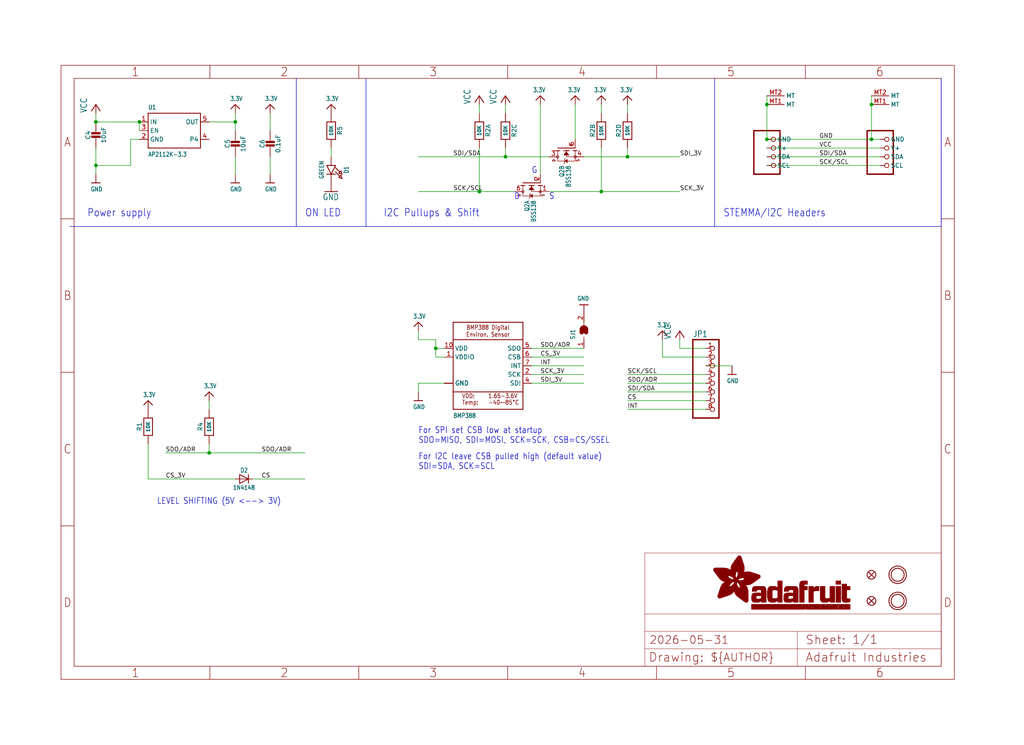
<source format=kicad_sch>
(kicad_sch (version 20230121) (generator eeschema)
  (paper "User" 298.45 217.322)
  (lib_symbols
    (symbol "working-eagle-import:3.3V" (power)
      (property "Value" "3.3V" (at -1.524 1.016 0))
      (symbol "3.3V_1_0"
        (pin power_in line (at 0 -2.54 90) (length 2.54) (name "3.3V") (number "1"))
      )
    )
    (symbol "working-eagle-import:BMP388"
      (symbol "BMP388_1_0"
        (text "-40~~85°C" (at 0 -11.43 0) (effects (font (size 1.27 1.0795)) (justify left bottom)))
        (text "1.65-3.6V" (at 0 -9.525 0) (effects (font (size 1.27 1.0795)) (justify left bottom)))
        (text "BMP388 Digital\nEnviron. Sensor" (at 0 10.16 0) (effects (font (size 1.27 1.0795))))
        (text "Temp:" (at -7.62 -11.43 0) (effects (font (size 1.27 1.0795)) (justify left bottom)))
        (text "VDD:" (at -7.62 -9.525 0) (effects (font (size 1.27 1.0795)) (justify left bottom)))
        (pin power_in line (at -12.7 2.54 0) (length 2.54) (name "VDDIO") (number "1"))
        (pin power_in line (at -12.7 5.08 0) (length 2.54) (name "VDD") (number "10"))
        (pin input line (at 12.7 -2.54 180) (length 2.54) (name "SCK") (number "2"))
        (pin power_in line (at -12.7 -5.08 0) (length 2.54) (name "GND") (number "3"))
        (pin input line (at 12.7 -5.08 180) (length 2.54) (name "SDI") (number "4"))
        (pin output line (at 12.7 5.08 180) (length 2.54) (name "SDO") (number "5"))
        (pin input line (at 12.7 2.54 180) (length 2.54) (name "CSB") (number "6"))
        (pin output line (at 12.7 0 180) (length 2.54) (name "INT") (number "7"))
        (pin power_in line (at -12.7 -5.08 0) (length 2.54) (name "GND") (number "8"))
        (pin power_in line (at -12.7 -5.08 0) (length 2.54) (name "GND") (number "9"))
      )
    )
    (symbol "working-eagle-import:CAP_CERAMIC0603_NO"
      (property "Reference" "C" (at -2.29 1.25 90))
      (symbol "CAP_CERAMIC0603_NO_1_0"
        (pin passive line (at 0 5.08 270) (length 2.54) (name "1") (number "1"))
        (pin passive line (at 0 -2.54 90) (length 2.54) (name "2") (number "2"))
      )
    )
    (symbol "working-eagle-import:CAP_CERAMIC0805-NOOUTLINE"
      (property "Reference" "C" (at -2.29 1.25 90))
      (symbol "CAP_CERAMIC0805-NOOUTLINE_1_0"
        (pin passive line (at 0 5.08 270) (length 2.54) (name "1") (number "1"))
        (pin passive line (at 0 -2.54 90) (length 2.54) (name "2") (number "2"))
      )
    )
    (symbol "working-eagle-import:DIODESOD-323"
      (property "Reference" "D" (at 0 2.54 0))
      (symbol "DIODESOD-323_1_0"
        (pin passive line (at -2.54 0 0) (length 2.54) (name "A") (number "A"))
        (pin passive line (at 2.54 0 180) (length 2.54) (name "C") (number "C"))
      )
    )
    (symbol "working-eagle-import:FIDUCIAL_1MM")
    (symbol "working-eagle-import:FRAME_A4_ADAFRUIT"
      (symbol "FRAME_A4_ADAFRUIT_1_0"
        (text "${#}/${##}" (at 230.505 10.16 0) (effects (font (size 2.54 2.54)) (justify left bottom)))
        (text "${AUTHOR}" (at 189.23 5.08 0) (effects (font (size 2.286 2.286)) (justify left bottom)))
        (text "${CURRENT_DATE}" (at 171.45 10.16 0) (effects (font (size 2.286 2.286)) (justify left bottom)))
        (text "${PROJECTNAME}" (at 171.45 15.24 0) (effects (font (size 2.54 2.54)) (justify left bottom)))
        (text "1" (at 21.6958 1.905 0) (effects (font (size 2.54 2.286))))
        (text "1" (at 21.6958 177.165 0) (effects (font (size 2.54 2.286))))
        (text "2" (at 65.0875 1.905 0) (effects (font (size 2.54 2.286))))
        (text "2" (at 65.0875 177.165 0) (effects (font (size 2.54 2.286))))
        (text "3" (at 108.4792 1.905 0) (effects (font (size 2.54 2.286))))
        (text "3" (at 108.4792 177.165 0) (effects (font (size 2.54 2.286))))
        (text "4" (at 151.8708 1.905 0) (effects (font (size 2.54 2.286))))
        (text "4" (at 151.8708 177.165 0) (effects (font (size 2.54 2.286))))
        (text "5" (at 195.2625 1.905 0) (effects (font (size 2.54 2.286))))
        (text "5" (at 195.2625 177.165 0) (effects (font (size 2.54 2.286))))
        (text "6" (at 238.6542 1.905 0) (effects (font (size 2.54 2.286))))
        (text "6" (at 238.6542 177.165 0) (effects (font (size 2.54 2.286))))
        (text "A" (at 1.905 156.6863 0) (effects (font (size 2.54 2.286))))
        (text "A" (at 258.445 156.6863 0) (effects (font (size 2.54 2.286))))
        (text "Adafruit Industries" (at 216.916 4.953 0) (effects (font (size 2.54 2.54)) (justify left bottom)))
        (text "B" (at 1.905 111.9188 0) (effects (font (size 2.54 2.286))))
        (text "B" (at 258.445 111.9188 0) (effects (font (size 2.54 2.286))))
        (text "C" (at 1.905 67.1513 0) (effects (font (size 2.54 2.286))))
        (text "C" (at 258.445 67.1513 0) (effects (font (size 2.54 2.286))))
        (text "D" (at 1.905 22.3838 0) (effects (font (size 2.54 2.286))))
        (text "D" (at 258.445 22.3838 0) (effects (font (size 2.54 2.286))))
        (text "Drawing:" (at 171.196 4.953 0) (effects (font (size 2.54 2.54)) (justify left bottom)))
        (text "Sheet:" (at 216.916 10.033 0) (effects (font (size 2.54 2.54)) (justify left bottom)))
      )
    )
    (symbol "working-eagle-import:GND" (power)
      (property "Value" "GND" (at -1.524 -2.54 0))
      (symbol "GND_1_0"
        (pin power_in line (at 0 2.54 270) (length 2.54) (name "GND") (number "1"))
      )
    )
    (symbol "working-eagle-import:HEADER-1X870MIL"
      (property "Reference" "JP" (at -6.35 13.335 0))
      (symbol "HEADER-1X870MIL_1_0"
        (pin passive inverted (at -2.54 10.16 0) (length 2.54) (name "1") (number "1"))
        (pin passive inverted (at -2.54 7.62 0) (length 2.54) (name "2") (number "2"))
        (pin passive inverted (at -2.54 5.08 0) (length 2.54) (name "3") (number "3"))
        (pin passive inverted (at -2.54 2.54 0) (length 2.54) (name "4") (number "4"))
        (pin passive inverted (at -2.54 0 0) (length 2.54) (name "5") (number "5"))
        (pin passive inverted (at -2.54 -2.54 0) (length 2.54) (name "6") (number "6"))
        (pin passive inverted (at -2.54 -5.08 0) (length 2.54) (name "7") (number "7"))
        (pin passive inverted (at -2.54 -7.62 0) (length 2.54) (name "8") (number "8"))
      )
    )
    (symbol "working-eagle-import:LED0603_NOOUTLINE"
      (property "Reference" "D" (at -1.27 4.445 0))
      (symbol "LED0603_NOOUTLINE_1_0"
        (pin passive line (at -5.08 0 0) (length 2.54) (name "A") (number "A"))
        (pin passive line (at 2.54 0 180) (length 2.54) (name "C") (number "C"))
      )
    )
    (symbol "working-eagle-import:MOSFET-N_DUAL"
      (property "Reference" "Q" (at 5.08 0.635 0))
      (symbol "MOSFET-N_DUAL_1_0"
        (text "D" (at 3.175 3.175 0) (effects (font (size 0.8128 0.6908)) (justify left bottom)))
        (text "G" (at -1.27 -1.905 0) (effects (font (size 0.8128 0.6908)) (justify left bottom)))
        (text "S" (at 3.175 -3.81 0) (effects (font (size 0.8128 0.6908)) (justify left bottom)))
        (pin bidirectional line (at 2.54 -5.08 90) (length 2.54) (name "S") (number "1"))
        (pin bidirectional line (at -2.54 -2.54 0) (length 2.54) (name "G") (number "2"))
        (pin bidirectional line (at 2.54 5.08 270) (length 2.54) (name "D") (number "6"))
      )
      (symbol "MOSFET-N_DUAL_2_0"
        (text "D" (at 3.175 3.175 0) (effects (font (size 0.8128 0.6908)) (justify left bottom)))
        (text "G" (at -1.27 -1.905 0) (effects (font (size 0.8128 0.6908)) (justify left bottom)))
        (text "S" (at 3.175 -3.81 0) (effects (font (size 0.8128 0.6908)) (justify left bottom)))
        (pin bidirectional line (at 2.54 5.08 270) (length 2.54) (name "D") (number "3"))
        (pin bidirectional line (at 2.54 -5.08 90) (length 2.54) (name "S") (number "4"))
        (pin bidirectional line (at -2.54 -2.54 0) (length 2.54) (name "G") (number "5"))
      )
    )
    (symbol "working-eagle-import:MOUNTINGHOLE2.5")
    (symbol "working-eagle-import:RESISTOR_0603_NOOUT"
      (property "Reference" "R" (at 0 2.54 0))
      (symbol "RESISTOR_0603_NOOUT_1_0"
        (pin passive line (at -5.08 0 0) (length 2.54) (name "1") (number "1"))
        (pin passive line (at 5.08 0 180) (length 2.54) (name "2") (number "2"))
      )
    )
    (symbol "working-eagle-import:RESISTOR_4PACK"
      (property "Reference" "R" (at 0 2.54 0))
      (symbol "RESISTOR_4PACK_1_0"
        (pin passive line (at -5.08 0 0) (length 2.54) (name "1") (number "1"))
        (pin passive line (at 5.08 0 180) (length 2.54) (name "2") (number "8"))
      )
      (symbol "RESISTOR_4PACK_2_0"
        (pin passive line (at -5.08 0 0) (length 2.54) (name "1") (number "2"))
        (pin passive line (at 5.08 0 180) (length 2.54) (name "2") (number "7"))
      )
      (symbol "RESISTOR_4PACK_3_0"
        (pin passive line (at -5.08 0 0) (length 2.54) (name "1") (number "3"))
        (pin passive line (at 5.08 0 180) (length 2.54) (name "2") (number "6"))
      )
      (symbol "RESISTOR_4PACK_4_0"
        (pin passive line (at -5.08 0 0) (length 2.54) (name "1") (number "4"))
        (pin passive line (at 5.08 0 180) (length 2.54) (name "2") (number "5"))
      )
    )
    (symbol "working-eagle-import:SOLDERJUMPER"
      (property "Reference" "SJ" (at -2.54 2.54 0))
      (symbol "SOLDERJUMPER_1_0"
        (pin passive line (at -5.08 0 0) (length 2.54) (name "1") (number "1"))
        (pin passive line (at 5.08 0 180) (length 2.54) (name "2") (number "2"))
      )
    )
    (symbol "working-eagle-import:STEMMA_I2C_QT"
      (symbol "STEMMA_I2C_QT_1_0"
        (pin passive inverted (at 0 5.08 0) (length 2.54) (name "GND") (number "1"))
        (pin passive inverted (at 0 2.54 0) (length 2.54) (name "V+") (number "2"))
        (pin passive inverted (at 0 0 0) (length 2.54) (name "SDA") (number "3"))
        (pin passive inverted (at 0 -2.54 0) (length 2.54) (name "SCL") (number "4"))
      )
      (symbol "STEMMA_I2C_QT_2_0"
        (pin bidirectional line (at 0 0 0) (length 5.08) (name "MT") (number "MT1"))
      )
      (symbol "STEMMA_I2C_QT_3_0"
        (pin bidirectional line (at 0 0 0) (length 5.08) (name "MT") (number "MT2"))
      )
    )
    (symbol "working-eagle-import:VCC" (power)
      (property "Value" "VCC" (at -2.54 -2.54 90))
      (symbol "VCC_1_0"
        (pin power_in line (at 0 -2.54 90) (length 2.54) (name "VCC") (number "1"))
      )
    )
    (symbol "working-eagle-import:VREG_SOT23-5"
      (property "Reference" "U" (at -7.62 6.096 0))
      (symbol "VREG_SOT23-5_1_0"
        (pin power_in line (at -10.16 2.54 0) (length 2.54) (name "IN") (number "1"))
        (pin power_in line (at -10.16 -2.54 0) (length 2.54) (name "GND") (number "2"))
        (pin input line (at -10.16 0 0) (length 2.54) (name "EN") (number "3"))
        (pin bidirectional line (at 10.16 -2.54 180) (length 2.54) (name "P4") (number "4"))
        (pin power_in line (at 10.16 2.54 180) (length 2.54) (name "OUT") (number "5"))
      )
    )
    (symbol "working-eagle-import:supply1_GND" (power)
      (property "Value" "supply1_GND" (at -2.54 -2.54 0))
      (symbol "supply1_GND_1_0"
        (pin power_in line (at 0 2.54 270) (length 2.54) (name "GND") (number "1"))
      )
    )
  )
  (junction (at 27.94 35.56))
  (junction (at 127 101.6))
  (junction (at 254 40.64))
  (junction (at 223.52 30.48))
  (junction (at 40.64 35.56))
  (junction (at 223.52 40.64))
  (junction (at 27.94 48.26))
  (junction (at 182.88 45.72))
  (junction (at 68.58 35.56))
  (junction (at 175.26 55.88))
  (junction (at 254 30.48))
  (junction (at 60.96 132.08))
  (junction (at 147.32 45.72))
  (junction (at 139.7 55.88))
  (wire (pts (xy 121.92 111.76) (xy 129.54 111.76)) (stroke (width 0.1524)))
  (wire (pts (xy 223.52 48.26) (xy 256.54 48.26)) (stroke (width 0.1524)))
  (wire (pts (xy 254 30.48) (xy 254 40.64)) (stroke (width 0.1524)))
  (wire (pts (xy 256.54 40.64) (xy 254 40.64)) (stroke (width 0.1524)))
  (wire (pts (xy 182.88 45.72) (xy 198.12 45.72)) (stroke (width 0.1524)))
  (wire (pts (xy 205.74 119.38) (xy 182.88 119.38)) (stroke (width 0.1524)))
  (wire (pts (xy 121.92 96.52) (xy 121.92 99.06)) (stroke (width 0.1524)))
  (wire (pts (xy 254 40.64) (xy 223.52 40.64)) (stroke (width 0.1524)))
  (polyline (pts (xy 106.68 66.04) (xy 208.28 66.04)) (stroke (width 0.1524) (type solid)))
  (wire (pts (xy 167.64 40.64) (xy 167.64 30.48)) (stroke (width 0.1524)))
  (wire (pts (xy 205.74 116.84) (xy 182.88 116.84)) (stroke (width 0.1524)))
  (wire (pts (xy 175.26 33.02) (xy 175.26 30.48)) (stroke (width 0.1524)))
  (wire (pts (xy 121.92 99.06) (xy 127 99.06)) (stroke (width 0.1524)))
  (wire (pts (xy 205.74 106.68) (xy 213.36 106.68)) (stroke (width 0.1524)))
  (wire (pts (xy 154.94 101.6) (xy 170.18 101.6)) (stroke (width 0.1524)))
  (wire (pts (xy 127 99.06) (xy 127 101.6)) (stroke (width 0.1524)))
  (wire (pts (xy 154.94 106.68) (xy 170.18 106.68)) (stroke (width 0.1524)))
  (wire (pts (xy 68.58 35.56) (xy 68.58 38.1)) (stroke (width 0.1524)))
  (wire (pts (xy 205.74 101.6) (xy 198.12 101.6)) (stroke (width 0.1524)))
  (wire (pts (xy 254 27.94) (xy 254 30.48)) (stroke (width 0.1524)))
  (wire (pts (xy 73.66 139.7) (xy 88.9 139.7)) (stroke (width 0.1524)))
  (wire (pts (xy 27.94 48.26) (xy 27.94 50.8)) (stroke (width 0.1524)))
  (wire (pts (xy 170.18 45.72) (xy 182.88 45.72)) (stroke (width 0.1524)))
  (wire (pts (xy 157.48 50.8) (xy 157.48 30.48)) (stroke (width 0.1524)))
  (wire (pts (xy 160.02 45.72) (xy 147.32 45.72)) (stroke (width 0.1524)))
  (wire (pts (xy 149.86 55.88) (xy 139.7 55.88)) (stroke (width 0.1524)))
  (wire (pts (xy 170.18 109.22) (xy 154.94 109.22)) (stroke (width 0.1524)))
  (wire (pts (xy 60.96 116.84) (xy 60.96 119.38)) (stroke (width 0.1524)))
  (wire (pts (xy 205.74 111.76) (xy 182.88 111.76)) (stroke (width 0.1524)))
  (wire (pts (xy 43.18 139.7) (xy 43.18 129.54)) (stroke (width 0.1524)))
  (wire (pts (xy 205.74 109.22) (xy 182.88 109.22)) (stroke (width 0.1524)))
  (wire (pts (xy 205.74 114.3) (xy 182.88 114.3)) (stroke (width 0.1524)))
  (wire (pts (xy 182.88 43.18) (xy 182.88 45.72)) (stroke (width 0.1524)))
  (wire (pts (xy 129.54 101.6) (xy 127 101.6)) (stroke (width 0.1524)))
  (wire (pts (xy 139.7 30.48) (xy 139.7 33.02)) (stroke (width 0.1524)))
  (wire (pts (xy 60.96 35.56) (xy 68.58 35.56)) (stroke (width 0.1524)))
  (wire (pts (xy 60.96 129.54) (xy 60.96 132.08)) (stroke (width 0.1524)))
  (polyline (pts (xy 86.36 22.86) (xy 86.36 66.04)) (stroke (width 0.1524) (type solid)))
  (wire (pts (xy 198.12 101.6) (xy 198.12 99.06)) (stroke (width 0.1524)))
  (wire (pts (xy 78.74 45.72) (xy 78.74 50.8)) (stroke (width 0.1524)))
  (wire (pts (xy 68.58 139.7) (xy 43.18 139.7)) (stroke (width 0.1524)))
  (wire (pts (xy 147.32 43.18) (xy 147.32 45.72)) (stroke (width 0.1524)))
  (wire (pts (xy 40.64 40.64) (xy 38.1 40.64)) (stroke (width 0.1524)))
  (wire (pts (xy 175.26 43.18) (xy 175.26 55.88)) (stroke (width 0.1524)))
  (wire (pts (xy 154.94 111.76) (xy 170.18 111.76)) (stroke (width 0.1524)))
  (wire (pts (xy 121.92 111.76) (xy 121.92 114.3)) (stroke (width 0.1524)))
  (wire (pts (xy 96.52 45.72) (xy 96.52 43.18)) (stroke (width 0.1524)))
  (wire (pts (xy 68.58 45.72) (xy 68.58 50.8)) (stroke (width 0.1524)))
  (wire (pts (xy 139.7 55.88) (xy 121.92 55.88)) (stroke (width 0.1524)))
  (wire (pts (xy 139.7 43.18) (xy 139.7 55.88)) (stroke (width 0.1524)))
  (wire (pts (xy 160.02 55.88) (xy 175.26 55.88)) (stroke (width 0.1524)))
  (wire (pts (xy 154.94 104.14) (xy 170.18 104.14)) (stroke (width 0.1524)))
  (wire (pts (xy 40.64 35.56) (xy 27.94 35.56)) (stroke (width 0.1524)))
  (wire (pts (xy 193.04 104.14) (xy 193.04 99.06)) (stroke (width 0.1524)))
  (polyline (pts (xy 274.32 22.86) (xy 274.32 66.04)) (stroke (width 0.1524) (type solid)))
  (polyline (pts (xy 208.28 66.04) (xy 274.32 66.04)) (stroke (width 0.1524) (type solid)))
  (wire (pts (xy 175.26 55.88) (xy 198.12 55.88)) (stroke (width 0.1524)))
  (wire (pts (xy 223.52 27.94) (xy 223.52 30.48)) (stroke (width 0.1524)))
  (wire (pts (xy 38.1 40.64) (xy 38.1 48.26)) (stroke (width 0.1524)))
  (wire (pts (xy 78.74 33.02) (xy 78.74 38.1)) (stroke (width 0.1524)))
  (wire (pts (xy 256.54 45.72) (xy 223.52 45.72)) (stroke (width 0.1524)))
  (wire (pts (xy 38.1 48.26) (xy 27.94 48.26)) (stroke (width 0.1524)))
  (wire (pts (xy 27.94 33.02) (xy 27.94 35.56)) (stroke (width 0.1524)))
  (wire (pts (xy 223.52 43.18) (xy 256.54 43.18)) (stroke (width 0.1524)))
  (polyline (pts (xy 20.32 66.04) (xy 86.36 66.04)) (stroke (width 0.1524) (type solid)))
  (wire (pts (xy 60.96 132.08) (xy 48.26 132.08)) (stroke (width 0.1524)))
  (wire (pts (xy 27.94 48.26) (xy 27.94 43.18)) (stroke (width 0.1524)))
  (wire (pts (xy 182.88 33.02) (xy 182.88 30.48)) (stroke (width 0.1524)))
  (wire (pts (xy 60.96 132.08) (xy 88.9 132.08)) (stroke (width 0.1524)))
  (wire (pts (xy 223.52 30.48) (xy 223.52 40.64)) (stroke (width 0.1524)))
  (polyline (pts (xy 106.68 22.86) (xy 106.68 66.04)) (stroke (width 0.1524) (type solid)))
  (wire (pts (xy 127 104.14) (xy 129.54 104.14)) (stroke (width 0.1524)))
  (wire (pts (xy 40.64 38.1) (xy 40.64 35.56)) (stroke (width 0.1524)))
  (wire (pts (xy 147.32 33.02) (xy 147.32 30.48)) (stroke (width 0.1524)))
  (polyline (pts (xy 86.36 66.04) (xy 106.68 66.04)) (stroke (width 0.1524) (type solid)))
  (wire (pts (xy 205.74 104.14) (xy 193.04 104.14)) (stroke (width 0.1524)))
  (polyline (pts (xy 208.28 22.86) (xy 208.28 66.04)) (stroke (width 0.1524) (type solid)))
  (wire (pts (xy 127 101.6) (xy 127 104.14)) (stroke (width 0.1524)))
  (wire (pts (xy 147.32 45.72) (xy 121.92 45.72)) (stroke (width 0.1524)))
  (wire (pts (xy 68.58 35.56) (xy 68.58 33.02)) (stroke (width 0.1524)))
  (text "STEMMA/I2C Headers" (at 210.82 63.5 0) (effects (font (size 2.1844 1.8567)) (justify left bottom)))
  (text "For SPI set CSB low at startup\nSDO=MISO, SDI=MOSI, SCK=SCK, CSB=CS/SSEL" (at 121.92 129.54 0) (effects (font (size 1.778 1.5113)) (justify left bottom)))
  (text "For I2C leave CSB pulled high (default value)\nSDI=SDA, SCK=SCL" (at 121.92 137.16 0) (effects (font (size 1.778 1.5113)) (justify left bottom)))
  (text "ON LED" (at 88.9 63.5 0) (effects (font (size 2.1844 1.8567)) (justify left bottom)))
  (text "I2C Pullups & Shift" (at 111.76 63.5 0) (effects (font (size 2.1844 1.8567)) (justify left bottom)))
  (text "G" (at 154.94 50.8 0) (effects (font (size 1.778 1.5113)) (justify left bottom)))
  (text "D" (at 149.86 58.42 0) (effects (font (size 1.778 1.5113)) (justify left bottom)))
  (text "Power supply" (at 25.4 63.5 0) (effects (font (size 2.1844 1.8567)) (justify left bottom)))
  (text "LEVEL SHIFTING (5V <--> 3V)" (at 45.72 147.32 0) (effects (font (size 1.778 1.5113)) (justify left bottom)))
  (text "S" (at 160.02 58.42 0) (effects (font (size 1.778 1.5113)) (justify left bottom)))
  (label "CS" (at 182.88 116.84 0) (effects (font (size 1.2446 1.2446))))
  (label "GND" (at 238.76 40.64 0) (effects (font (size 1.2446 1.2446))))
  (label "INT" (at 157.48 106.68 0) (effects (font (size 1.2446 1.2446))))
  (label "VCC" (at 238.76 43.18 0) (effects (font (size 1.2446 1.2446))))
  (label "SDI/SDA" (at 182.88 114.3 0) (effects (font (size 1.2446 1.2446))))
  (label "SDO/ADR" (at 48.26 132.08 0) (effects (font (size 1.2446 1.2446))))
  (label "SCK_3V" (at 198.12 55.88 0) (effects (font (size 1.2446 1.2446))))
  (label "SCK/SCL" (at 238.76 48.26 0) (effects (font (size 1.2446 1.2446))))
  (label "SDI_3V" (at 198.12 45.72 0) (effects (font (size 1.2446 1.2446))))
  (label "SDO/ADR" (at 76.2 132.08 0) (effects (font (size 1.2446 1.2446))))
  (label "SCK/SCL" (at 182.88 109.22 0) (effects (font (size 1.2446 1.2446))))
  (label "SDI_3V" (at 157.48 111.76 0) (effects (font (size 1.2446 1.2446))))
  (label "SCK/SCL" (at 132.08 55.88 0) (effects (font (size 1.2446 1.2446))))
  (label "SDI/SDA" (at 132.08 45.72 0) (effects (font (size 1.2446 1.2446))))
  (label "SDO/ADR" (at 157.48 101.6 0) (effects (font (size 1.2446 1.2446))))
  (label "CS_3V" (at 48.26 139.7 0) (effects (font (size 1.2446 1.2446))))
  (label "SDI/SDA" (at 238.76 45.72 0) (effects (font (size 1.2446 1.2446))))
  (label "CS" (at 76.2 139.7 0) (effects (font (size 1.2446 1.2446))))
  (label "SDO/ADR" (at 182.88 111.76 0) (effects (font (size 1.2446 1.2446))))
  (label "INT" (at 182.88 119.38 0) (effects (font (size 1.2446 1.2446))))
  (label "SCK_3V" (at 157.48 109.22 0) (effects (font (size 1.2446 1.2446))))
  (label "CS_3V" (at 157.48 104.14 0) (effects (font (size 1.2446 1.2446))))
  (symbol (lib_id "working-eagle-import:CAP_CERAMIC0805-NOOUTLINE") (at 68.58 43.18 0) (unit 1)
    (property "Reference" "C5" (at 66.29 41.93 90))
    (property "Value" "10uF" (at 70.88 41.93 90))
    (property "Footprint" "working:0805-NO" (effects hide))
  )
  (symbol (lib_id "working-eagle-import:3.3V") (at 157.48 27.94 0) (mirror y) (unit 1)
    (property "Reference" "#U$37" (effects hide))
    (property "Value" "3.3V" (at 159.004 26.924 0) (effects (font (size 1.27 1.0795)) (justify left bottom)))
  )
  (symbol (lib_id "working-eagle-import:FIDUCIAL_1MM") (at 254 167.64 0) (unit 1)
    (property "Reference" "FID4" (effects hide))
    (property "Value" "FIDUCIAL_1MM" (effects hide))
    (property "Footprint" "working:FIDUCIAL_1MM" (effects hide))
  )
  (symbol (lib_id "working-eagle-import:VCC") (at 139.7 27.94 0) (unit 1)
    (property "Reference" "#P+1" (effects hide))
    (property "Value" "VCC" (at 137.16 30.48 90) (effects (font (size 1.778 1.5113)) (justify left bottom)))
  )
  (symbol (lib_id "working-eagle-import:MOUNTINGHOLE2.5") (at 261.62 175.26 0) (unit 1)
    (property "Reference" "U$40" (effects hide))
    (property "Value" "MOUNTINGHOLE2.5" (effects hide))
    (property "Footprint" "working:MOUNTINGHOLE_2.5_PLATED" (effects hide))
  )
  (symbol (lib_id "working-eagle-import:RESISTOR_0603_NOOUT") (at 96.52 38.1 270) (unit 1)
    (property "Reference" "R5" (at 99.06 38.1 0))
    (property "Value" "10K" (at 96.52 38.1 0) (effects (font (size 1.016 1.016) bold)))
    (property "Footprint" "working:0603-NO" (effects hide))
  )
  (symbol (lib_id "working-eagle-import:CAP_CERAMIC0805-NOOUTLINE") (at 27.94 40.64 0) (unit 1)
    (property "Reference" "C4" (at 25.65 39.39 90))
    (property "Value" "10uF" (at 30.24 39.39 90))
    (property "Footprint" "working:0805-NO" (effects hide))
  )
  (symbol (lib_id "working-eagle-import:GND") (at 68.58 53.34 0) (unit 1)
    (property "Reference" "#U$30" (effects hide))
    (property "Value" "GND" (at 67.056 55.88 0) (effects (font (size 1.27 1.0795)) (justify left bottom)))
  )
  (symbol (lib_id "working-eagle-import:LED0603_NOOUTLINE") (at 96.52 50.8 270) (unit 1)
    (property "Reference" "D1" (at 100.965 49.53 0) (effects (font (size 1.27 1.0795))))
    (property "Value" "GREEN" (at 93.726 49.53 0) (effects (font (size 1.27 1.0795))))
    (property "Footprint" "working:CHIPLED_0603_NOOUTLINE" (effects hide))
  )
  (symbol (lib_id "working-eagle-import:RESISTOR_4PACK") (at 182.88 38.1 90) (mirror x) (unit 4)
    (property "Reference" "R2" (at 180.34 38.1 0))
    (property "Value" "10K" (at 182.88 38.1 0) (effects (font (size 1.016 1.016) bold)))
    (property "Footprint" "working:RESPACK_4X0603" (effects hide))
  )
  (symbol (lib_id "working-eagle-import:GND") (at 213.36 109.22 0) (unit 1)
    (property "Reference" "#U$4" (effects hide))
    (property "Value" "GND" (at 211.836 111.76 0) (effects (font (size 1.27 1.0795)) (justify left bottom)))
  )
  (symbol (lib_id "working-eagle-import:FIDUCIAL_1MM") (at 254 175.26 0) (unit 1)
    (property "Reference" "FID3" (effects hide))
    (property "Value" "FIDUCIAL_1MM" (effects hide))
    (property "Footprint" "working:FIDUCIAL_1MM" (effects hide))
  )
  (symbol (lib_id "working-eagle-import:3.3V") (at 78.74 30.48 0) (unit 1)
    (property "Reference" "#U$33" (effects hide))
    (property "Value" "3.3V" (at 77.216 29.464 0) (effects (font (size 1.27 1.0795)) (justify left bottom)))
  )
  (symbol (lib_id "working-eagle-import:3.3V") (at 193.04 96.52 0) (unit 1)
    (property "Reference" "#U$10" (effects hide))
    (property "Value" "3.3V" (at 191.516 95.504 0) (effects (font (size 1.27 1.0795)) (justify left bottom)))
  )
  (symbol (lib_id "working-eagle-import:RESISTOR_4PACK") (at 139.7 38.1 270) (unit 1)
    (property "Reference" "R2" (at 142.24 38.1 0))
    (property "Value" "10K" (at 139.7 38.1 0) (effects (font (size 1.016 1.016) bold)))
    (property "Footprint" "working:RESPACK_4X0603" (effects hide))
  )
  (symbol (lib_id "working-eagle-import:FRAME_A4_ADAFRUIT") (at 17.78 198.12 0) (unit 1)
    (property "Reference" "#U$42" (effects hide))
    (property "Value" "FRAME_A4_ADAFRUIT" (effects hide))
  )
  (symbol (lib_id "working-eagle-import:3.3V") (at 68.58 30.48 0) (unit 1)
    (property "Reference" "#U$34" (effects hide))
    (property "Value" "3.3V" (at 67.056 29.464 0) (effects (font (size 1.27 1.0795)) (justify left bottom)))
  )
  (symbol (lib_id "working-eagle-import:3.3V") (at 121.92 93.98 0) (unit 1)
    (property "Reference" "#U$12" (effects hide))
    (property "Value" "3.3V" (at 120.396 92.964 0) (effects (font (size 1.27 1.0795)) (justify left bottom)))
  )
  (symbol (lib_id "working-eagle-import:GND") (at 27.94 53.34 0) (unit 1)
    (property "Reference" "#U$23" (effects hide))
    (property "Value" "GND" (at 26.416 55.88 0) (effects (font (size 1.27 1.0795)) (justify left bottom)))
  )
  (symbol (lib_id "working-eagle-import:BMP388") (at 142.24 106.68 0) (unit 1)
    (property "Reference" "IC1" (effects hide))
    (property "Value" "BMP388" (at 132.08 121.92 0) (effects (font (size 1.27 1.0795)) (justify left bottom)))
    (property "Footprint" "working:BMP388" (effects hide))
  )
  (symbol (lib_id "working-eagle-import:3.3V") (at 60.96 114.3 0) (unit 1)
    (property "Reference" "#U$25" (effects hide))
    (property "Value" "3.3V" (at 59.436 113.284 0) (effects (font (size 1.27 1.0795)) (justify left bottom)))
  )
  (symbol (lib_id "working-eagle-import:RESISTOR_0603_NOOUT") (at 43.18 124.46 90) (unit 1)
    (property "Reference" "R1" (at 40.64 124.46 0))
    (property "Value" "10K" (at 43.18 124.46 0) (effects (font (size 1.016 1.016) bold)))
    (property "Footprint" "working:0603-NO" (effects hide))
  )
  (symbol (lib_id "working-eagle-import:VCC") (at 147.32 27.94 0) (unit 1)
    (property "Reference" "#P+2" (effects hide))
    (property "Value" "VCC" (at 144.78 30.48 90) (effects (font (size 1.778 1.5113)) (justify left bottom)))
  )
  (symbol (lib_id "working-eagle-import:STEMMA_I2C_QT") (at 254 27.94 0) (unit 3)
    (property "Reference" "CONN4" (effects hide))
    (property "Value" "STEMMA_I2C_QT" (effects hide))
    (property "Footprint" "working:JST_SH4" (effects hide))
  )
  (symbol (lib_id "working-eagle-import:3.3V") (at 43.18 116.84 0) (unit 1)
    (property "Reference" "#U$18" (effects hide))
    (property "Value" "3.3V" (at 41.656 115.824 0) (effects (font (size 1.27 1.0795)) (justify left bottom)))
  )
  (symbol (lib_id "working-eagle-import:MOSFET-N_DUAL") (at 154.94 53.34 90) (mirror x) (unit 1)
    (property "Reference" "Q2" (at 154.305 58.42 0) (effects (font (size 1.27 1.0795)) (justify left bottom)))
    (property "Value" "BSS138" (at 156.21 58.42 0) (effects (font (size 1.27 1.0795)) (justify left bottom)))
    (property "Footprint" "working:SOT363" (effects hide))
  )
  (symbol (lib_id "working-eagle-import:STEMMA_I2C_QT") (at 254 30.48 0) (unit 2)
    (property "Reference" "CONN4" (effects hide))
    (property "Value" "STEMMA_I2C_QT" (effects hide))
    (property "Footprint" "working:JST_SH4" (effects hide))
  )
  (symbol (lib_id "working-eagle-import:3.3V") (at 175.26 27.94 0) (mirror y) (unit 1)
    (property "Reference" "#U$36" (effects hide))
    (property "Value" "3.3V" (at 176.784 26.924 0) (effects (font (size 1.27 1.0795)) (justify left bottom)))
  )
  (symbol (lib_id "working-eagle-import:MOSFET-N_DUAL") (at 165.1 43.18 90) (mirror x) (unit 2)
    (property "Reference" "Q2" (at 164.465 48.26 0) (effects (font (size 1.27 1.0795)) (justify left bottom)))
    (property "Value" "BSS138" (at 166.37 48.26 0) (effects (font (size 1.27 1.0795)) (justify left bottom)))
    (property "Footprint" "working:SOT363" (effects hide))
  )
  (symbol (lib_id "working-eagle-import:VCC") (at 27.94 30.48 0) (unit 1)
    (property "Reference" "#P+3" (effects hide))
    (property "Value" "VCC" (at 25.4 33.02 90) (effects (font (size 1.778 1.5113)) (justify left bottom)))
  )
  (symbol (lib_id "working-eagle-import:GND") (at 121.92 116.84 0) (unit 1)
    (property "Reference" "#U$3" (effects hide))
    (property "Value" "GND" (at 120.396 119.38 0) (effects (font (size 1.27 1.0795)) (justify left bottom)))
  )
  (symbol (lib_id "working-eagle-import:STEMMA_I2C_QT") (at 223.52 30.48 0) (unit 2)
    (property "Reference" "CONN3" (effects hide))
    (property "Value" "STEMMA_I2C_QT" (effects hide))
    (property "Footprint" "working:JST_SH4" (effects hide))
  )
  (symbol (lib_id "working-eagle-import:DIODESOD-323") (at 71.12 139.7 0) (unit 1)
    (property "Reference" "D2" (at 71.12 137.16 0) (effects (font (size 1.27 1.0795))))
    (property "Value" "1N4148" (at 71.12 142.2 0) (effects (font (size 1.27 1.0795))))
    (property "Footprint" "working:SOD-323" (effects hide))
  )
  (symbol (lib_id "working-eagle-import:STEMMA_I2C_QT") (at 223.52 45.72 0) (unit 1)
    (property "Reference" "CONN3" (effects hide))
    (property "Value" "STEMMA_I2C_QT" (effects hide))
    (property "Footprint" "working:JST_SH4" (effects hide))
  )
  (symbol (lib_id "working-eagle-import:RESISTOR_0603_NOOUT") (at 60.96 124.46 90) (unit 1)
    (property "Reference" "R4" (at 58.42 124.46 0))
    (property "Value" "10K" (at 60.96 124.46 0) (effects (font (size 1.016 1.016) bold)))
    (property "Footprint" "working:0603-NO" (effects hide))
  )
  (symbol (lib_id "working-eagle-import:STEMMA_I2C_QT") (at 256.54 45.72 0) (unit 1)
    (property "Reference" "CONN4" (effects hide))
    (property "Value" "STEMMA_I2C_QT" (effects hide))
    (property "Footprint" "working:JST_SH4" (effects hide))
  )
  (symbol (lib_id "working-eagle-import:3.3V") (at 96.52 30.48 0) (unit 1)
    (property "Reference" "#U$45" (effects hide))
    (property "Value" "3.3V" (at 94.996 29.464 0) (effects (font (size 1.27 1.0795)) (justify left bottom)))
  )
  (symbol (lib_id "working-eagle-import:MOUNTINGHOLE2.5") (at 261.62 167.64 0) (unit 1)
    (property "Reference" "U$41" (effects hide))
    (property "Value" "MOUNTINGHOLE2.5" (effects hide))
    (property "Footprint" "working:MOUNTINGHOLE_2.5_PLATED" (effects hide))
  )
  (symbol (lib_id "working-eagle-import:VCC") (at 198.12 96.52 0) (unit 1)
    (property "Reference" "#P+5" (effects hide))
    (property "Value" "VCC" (at 195.58 99.06 90) (effects (font (size 1.778 1.5113)) (justify left bottom)))
  )
  (symbol (lib_id "working-eagle-import:supply1_GND") (at 96.52 55.88 0) (unit 1)
    (property "Reference" "#GND6" (effects hide))
    (property "Value" "GND" (at 93.98 58.42 0) (effects (font (size 1.778 1.5113)) (justify left bottom)))
  )
  (symbol (lib_id "working-eagle-import:3.3V") (at 167.64 27.94 0) (mirror y) (unit 1)
    (property "Reference" "#U$38" (effects hide))
    (property "Value" "3.3V" (at 169.164 26.924 0) (effects (font (size 1.27 1.0795)) (justify left bottom)))
  )
  (symbol (lib_id "working-eagle-import:CAP_CERAMIC0603_NO") (at 78.74 43.18 0) (unit 1)
    (property "Reference" "C6" (at 76.45 41.93 90))
    (property "Value" "0.1uF" (at 81.04 41.93 90))
    (property "Footprint" "working:0603-NO" (effects hide))
  )
  (symbol (lib_id "working-eagle-import:RESISTOR_4PACK") (at 147.32 38.1 270) (unit 3)
    (property "Reference" "R2" (at 149.86 38.1 0))
    (property "Value" "10K" (at 147.32 38.1 0) (effects (font (size 1.016 1.016) bold)))
    (property "Footprint" "working:RESPACK_4X0603" (effects hide))
  )
  (symbol (lib_id "working-eagle-import:VREG_SOT23-5") (at 50.8 38.1 0) (unit 1)
    (property "Reference" "U1" (at 43.18 32.004 0) (effects (font (size 1.27 1.0795)) (justify left bottom)))
    (property "Value" "AP2112K-3.3" (at 43.18 45.72 0) (effects (font (size 1.27 1.0795)) (justify left bottom)))
    (property "Footprint" "working:SOT23-5" (effects hide))
  )
  (symbol (lib_id "working-eagle-import:RESISTOR_4PACK") (at 175.26 38.1 90) (mirror x) (unit 2)
    (property "Reference" "R2" (at 172.72 38.1 0))
    (property "Value" "10K" (at 175.26 38.1 0) (effects (font (size 1.016 1.016) bold)))
    (property "Footprint" "working:RESPACK_4X0603" (effects hide))
  )
  (symbol (lib_id "working-eagle-import:GND") (at 170.18 88.9 180) (unit 1)
    (property "Reference" "#U$1" (effects hide))
    (property "Value" "GND" (at 171.704 86.36 0) (effects (font (size 1.27 1.0795)) (justify left bottom)))
  )
  (symbol (lib_id "working-eagle-import:3.3V") (at 182.88 27.94 0) (mirror y) (unit 1)
    (property "Reference" "#U$35" (effects hide))
    (property "Value" "3.3V" (at 184.404 26.924 0) (effects (font (size 1.27 1.0795)) (justify left bottom)))
  )
  (symbol (lib_id "working-eagle-import:GND") (at 78.74 53.34 0) (unit 1)
    (property "Reference" "#U$31" (effects hide))
    (property "Value" "GND" (at 77.216 55.88 0) (effects (font (size 1.27 1.0795)) (justify left bottom)))
  )
  (symbol (lib_id "working-eagle-import:HEADER-1X870MIL") (at 208.28 111.76 0) (unit 1)
    (property "Reference" "JP1" (at 201.93 98.425 0) (effects (font (size 1.778 1.5113)) (justify left bottom)))
    (property "Value" "HEADER-1X870MIL" (effects hide))
    (property "Footprint" "working:1X08_ROUND_70" (effects hide))
  )
  (symbol (lib_id "working-eagle-import:STEMMA_I2C_QT") (at 223.52 27.94 0) (unit 3)
    (property "Reference" "CONN3" (effects hide))
    (property "Value" "STEMMA_I2C_QT" (effects hide))
    (property "Footprint" "working:JST_SH4" (effects hide))
  )
  (symbol (lib_id "working-eagle-import:SOLDERJUMPER") (at 170.18 96.52 90) (unit 1)
    (property "Reference" "SJ1" (at 167.64 99.06 0) (effects (font (size 1.27 1.0795)) (justify left bottom)))
    (property "Value" "SOLDERJUMPER" (effects hide))
    (property "Footprint" "working:SOLDERJUMPER_ARROW_NOPASTE" (effects hide))
  )
)
</source>
